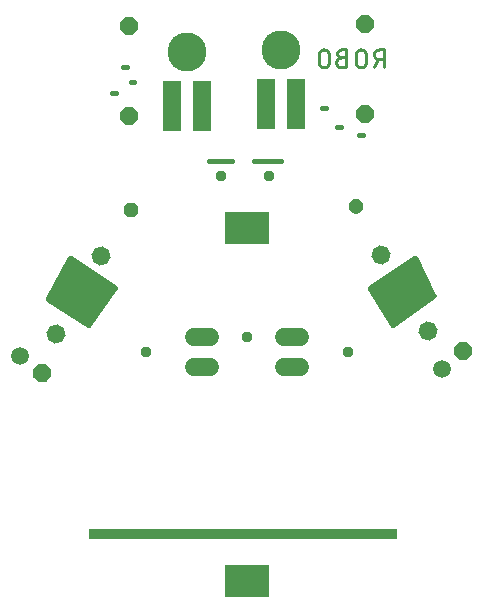
<source format=gbs>
G04 EAGLE Gerber X2 export*
G75*
%MOMM*%
%FSLAX34Y34*%
%LPD*%
%AMOC8*
5,1,8,0,0,1.08239X$1,22.5*%
G01*
%ADD10C,0.609600*%
%ADD11R,26.035000X0.952500*%
%ADD12C,0.254000*%
%ADD13C,0.406400*%
%ADD14R,3.803200X2.803200*%
%ADD15C,1.524000*%
%ADD16P,1.649562X8X292.500000*%
%ADD17C,1.511200*%
%ADD18P,1.635708X8X333.500000*%
%ADD19P,1.635708X8X253.500000*%
%ADD20C,3.303200*%
%ADD21R,1.603200X4.203200*%
%ADD22P,1.649562X8X262.500000*%
%ADD23P,1.649562X8X324.500000*%
%ADD24C,0.959600*%

G36*
X66707Y248797D02*
X66707Y248797D01*
X66734Y248795D01*
X66907Y248817D01*
X67080Y248835D01*
X67106Y248843D01*
X67133Y248846D01*
X67298Y248902D01*
X67465Y248954D01*
X67489Y248967D01*
X67514Y248975D01*
X67665Y249063D01*
X67819Y249146D01*
X67839Y249164D01*
X67863Y249177D01*
X67994Y249293D01*
X68127Y249405D01*
X68146Y249428D01*
X68164Y249444D01*
X68215Y249511D01*
X68339Y249660D01*
X90564Y281410D01*
X90584Y281446D01*
X90610Y281478D01*
X90683Y281621D01*
X90761Y281761D01*
X90774Y281800D01*
X90792Y281837D01*
X90836Y281992D01*
X90885Y282144D01*
X90890Y282185D01*
X90901Y282225D01*
X90913Y282385D01*
X90931Y282544D01*
X90928Y282585D01*
X90931Y282626D01*
X90911Y282785D01*
X90897Y282946D01*
X90886Y282985D01*
X90881Y283026D01*
X90830Y283178D01*
X90785Y283332D01*
X90766Y283368D01*
X90753Y283407D01*
X90673Y283547D01*
X90599Y283689D01*
X90573Y283721D01*
X90552Y283756D01*
X90446Y283877D01*
X90345Y284002D01*
X90314Y284028D01*
X90287Y284059D01*
X90063Y284236D01*
X90036Y284259D01*
X90031Y284261D01*
X90027Y284265D01*
X51927Y309665D01*
X51832Y309716D01*
X51741Y309775D01*
X51654Y309810D01*
X51571Y309854D01*
X51468Y309885D01*
X51368Y309925D01*
X51275Y309943D01*
X51185Y309969D01*
X51078Y309979D01*
X50972Y309999D01*
X50878Y309998D01*
X50785Y310006D01*
X50677Y309995D01*
X50569Y309993D01*
X50478Y309973D01*
X50384Y309963D01*
X50281Y309931D01*
X50176Y309908D01*
X50090Y309870D01*
X50000Y309842D01*
X49906Y309790D01*
X49807Y309747D01*
X49730Y309693D01*
X49648Y309648D01*
X49565Y309578D01*
X49477Y309516D01*
X49412Y309448D01*
X49340Y309388D01*
X49273Y309303D01*
X49199Y309225D01*
X49137Y309131D01*
X49090Y309072D01*
X49063Y309018D01*
X49017Y308948D01*
X29967Y274023D01*
X29908Y273884D01*
X29842Y273748D01*
X29830Y273699D01*
X29810Y273652D01*
X29780Y273504D01*
X29742Y273358D01*
X29740Y273307D01*
X29729Y273257D01*
X29729Y273107D01*
X29721Y272956D01*
X29728Y272906D01*
X29728Y272855D01*
X29758Y272707D01*
X29779Y272557D01*
X29797Y272510D01*
X29806Y272460D01*
X29864Y272320D01*
X29915Y272178D01*
X29941Y272135D01*
X29961Y272088D01*
X30045Y271963D01*
X30123Y271834D01*
X30158Y271796D01*
X30186Y271754D01*
X30293Y271648D01*
X30395Y271537D01*
X30441Y271502D01*
X30472Y271471D01*
X30544Y271424D01*
X30659Y271336D01*
X65584Y249111D01*
X65740Y249033D01*
X65894Y248950D01*
X65920Y248942D01*
X65944Y248930D01*
X66112Y248884D01*
X66279Y248833D01*
X66306Y248830D01*
X66332Y248823D01*
X66506Y248811D01*
X66680Y248794D01*
X66707Y248797D01*
G37*
G36*
X323881Y248802D02*
X323881Y248802D01*
X323988Y248798D01*
X324081Y248814D01*
X324175Y248820D01*
X324279Y248848D01*
X324385Y248866D01*
X324474Y248899D01*
X324564Y248924D01*
X324661Y248971D01*
X324761Y249010D01*
X324858Y249068D01*
X324925Y249102D01*
X324973Y249139D01*
X325045Y249182D01*
X359970Y274582D01*
X360008Y274617D01*
X360052Y274645D01*
X360158Y274750D01*
X360270Y274850D01*
X360301Y274892D01*
X360338Y274928D01*
X360422Y275052D01*
X360512Y275172D01*
X360534Y275219D01*
X360563Y275262D01*
X360621Y275400D01*
X360686Y275535D01*
X360698Y275586D01*
X360718Y275633D01*
X360747Y275781D01*
X360784Y275926D01*
X360787Y275978D01*
X360797Y276028D01*
X360796Y276178D01*
X360804Y276328D01*
X360796Y276379D01*
X360796Y276431D01*
X360766Y276578D01*
X360744Y276726D01*
X360726Y276775D01*
X360715Y276826D01*
X360630Y277038D01*
X360606Y277104D01*
X360599Y277117D01*
X360592Y277133D01*
X344717Y308883D01*
X344640Y309005D01*
X344570Y309131D01*
X344533Y309175D01*
X344502Y309224D01*
X344403Y309328D01*
X344309Y309438D01*
X344264Y309474D01*
X344224Y309515D01*
X344106Y309598D01*
X343993Y309687D01*
X343942Y309713D01*
X343894Y309746D01*
X343762Y309804D01*
X343634Y309869D01*
X343578Y309884D01*
X343525Y309908D01*
X343385Y309938D01*
X343246Y309977D01*
X343189Y309981D01*
X343132Y309993D01*
X342988Y309995D01*
X342844Y310006D01*
X342787Y309998D01*
X342729Y309999D01*
X342588Y309973D01*
X342445Y309955D01*
X342390Y309936D01*
X342334Y309926D01*
X342200Y309872D01*
X342063Y309826D01*
X342006Y309794D01*
X341960Y309776D01*
X341891Y309730D01*
X341773Y309665D01*
X303673Y284265D01*
X303541Y284157D01*
X303406Y284052D01*
X303386Y284029D01*
X303362Y284010D01*
X303254Y283878D01*
X303142Y283748D01*
X303127Y283722D01*
X303107Y283698D01*
X303028Y283547D01*
X302943Y283398D01*
X302933Y283369D01*
X302919Y283342D01*
X302871Y283178D01*
X302817Y283016D01*
X302814Y282985D01*
X302805Y282956D01*
X302790Y282786D01*
X302769Y282616D01*
X302772Y282585D01*
X302769Y282555D01*
X302787Y282385D01*
X302801Y282215D01*
X302809Y282185D01*
X302813Y282155D01*
X302864Y281992D01*
X302911Y281827D01*
X302926Y281797D01*
X302935Y281771D01*
X302976Y281696D01*
X303058Y281530D01*
X322108Y249780D01*
X322172Y249694D01*
X322228Y249602D01*
X322292Y249533D01*
X322349Y249457D01*
X322429Y249385D01*
X322502Y249306D01*
X322578Y249251D01*
X322648Y249188D01*
X322741Y249133D01*
X322828Y249070D01*
X322913Y249031D01*
X322994Y248983D01*
X323096Y248947D01*
X323194Y248903D01*
X323286Y248881D01*
X323375Y248850D01*
X323481Y248835D01*
X323586Y248811D01*
X323680Y248808D01*
X323773Y248795D01*
X323881Y248802D01*
G37*
D10*
X98425Y349250D02*
X98427Y349362D01*
X98433Y349474D01*
X98443Y349586D01*
X98457Y349697D01*
X98474Y349807D01*
X98496Y349917D01*
X98521Y350027D01*
X98551Y350135D01*
X98584Y350242D01*
X98621Y350348D01*
X98661Y350452D01*
X98706Y350555D01*
X98753Y350656D01*
X98805Y350756D01*
X98860Y350854D01*
X98918Y350949D01*
X98980Y351043D01*
X99045Y351134D01*
X99113Y351223D01*
X99184Y351310D01*
X99258Y351394D01*
X99335Y351475D01*
X99415Y351554D01*
X99498Y351629D01*
X99583Y351702D01*
X99671Y351772D01*
X99761Y351838D01*
X99854Y351902D01*
X99948Y351962D01*
X100045Y352018D01*
X100144Y352071D01*
X100244Y352121D01*
X100346Y352167D01*
X100450Y352209D01*
X100555Y352248D01*
X100662Y352283D01*
X100769Y352314D01*
X100878Y352342D01*
X100987Y352365D01*
X101098Y352385D01*
X101209Y352401D01*
X101320Y352413D01*
X101432Y352421D01*
X101544Y352425D01*
X101656Y352425D01*
X101768Y352421D01*
X101880Y352413D01*
X101991Y352401D01*
X102102Y352385D01*
X102213Y352365D01*
X102322Y352342D01*
X102431Y352314D01*
X102538Y352283D01*
X102645Y352248D01*
X102750Y352209D01*
X102854Y352167D01*
X102956Y352121D01*
X103056Y352071D01*
X103155Y352018D01*
X103252Y351962D01*
X103346Y351902D01*
X103439Y351838D01*
X103529Y351772D01*
X103617Y351702D01*
X103702Y351629D01*
X103785Y351554D01*
X103865Y351475D01*
X103942Y351394D01*
X104016Y351310D01*
X104087Y351223D01*
X104155Y351134D01*
X104220Y351043D01*
X104282Y350949D01*
X104340Y350854D01*
X104395Y350756D01*
X104447Y350656D01*
X104494Y350555D01*
X104539Y350452D01*
X104579Y350348D01*
X104616Y350242D01*
X104649Y350135D01*
X104679Y350027D01*
X104704Y349917D01*
X104726Y349807D01*
X104743Y349697D01*
X104757Y349586D01*
X104767Y349474D01*
X104773Y349362D01*
X104775Y349250D01*
X104773Y349138D01*
X104767Y349026D01*
X104757Y348914D01*
X104743Y348803D01*
X104726Y348693D01*
X104704Y348583D01*
X104679Y348473D01*
X104649Y348365D01*
X104616Y348258D01*
X104579Y348152D01*
X104539Y348048D01*
X104494Y347945D01*
X104447Y347844D01*
X104395Y347744D01*
X104340Y347646D01*
X104282Y347551D01*
X104220Y347457D01*
X104155Y347366D01*
X104087Y347277D01*
X104016Y347190D01*
X103942Y347106D01*
X103865Y347025D01*
X103785Y346946D01*
X103702Y346871D01*
X103617Y346798D01*
X103529Y346728D01*
X103439Y346662D01*
X103346Y346598D01*
X103252Y346538D01*
X103155Y346482D01*
X103056Y346429D01*
X102956Y346379D01*
X102854Y346333D01*
X102750Y346291D01*
X102645Y346252D01*
X102538Y346217D01*
X102431Y346186D01*
X102322Y346158D01*
X102213Y346135D01*
X102102Y346115D01*
X101991Y346099D01*
X101880Y346087D01*
X101768Y346079D01*
X101656Y346075D01*
X101544Y346075D01*
X101432Y346079D01*
X101320Y346087D01*
X101209Y346099D01*
X101098Y346115D01*
X100987Y346135D01*
X100878Y346158D01*
X100769Y346186D01*
X100662Y346217D01*
X100555Y346252D01*
X100450Y346291D01*
X100346Y346333D01*
X100244Y346379D01*
X100144Y346429D01*
X100045Y346482D01*
X99948Y346538D01*
X99854Y346598D01*
X99761Y346662D01*
X99671Y346728D01*
X99583Y346798D01*
X99498Y346871D01*
X99415Y346946D01*
X99335Y347025D01*
X99258Y347106D01*
X99184Y347190D01*
X99113Y347277D01*
X99045Y347366D01*
X98980Y347457D01*
X98918Y347551D01*
X98860Y347646D01*
X98805Y347744D01*
X98753Y347844D01*
X98706Y347945D01*
X98661Y348048D01*
X98621Y348152D01*
X98584Y348258D01*
X98551Y348365D01*
X98521Y348473D01*
X98496Y348583D01*
X98474Y348693D01*
X98457Y348803D01*
X98443Y348914D01*
X98433Y349026D01*
X98427Y349138D01*
X98425Y349250D01*
X288925Y352425D02*
X288927Y352537D01*
X288933Y352649D01*
X288943Y352761D01*
X288957Y352872D01*
X288974Y352982D01*
X288996Y353092D01*
X289021Y353202D01*
X289051Y353310D01*
X289084Y353417D01*
X289121Y353523D01*
X289161Y353627D01*
X289206Y353730D01*
X289253Y353831D01*
X289305Y353931D01*
X289360Y354029D01*
X289418Y354124D01*
X289480Y354218D01*
X289545Y354309D01*
X289613Y354398D01*
X289684Y354485D01*
X289758Y354569D01*
X289835Y354650D01*
X289915Y354729D01*
X289998Y354804D01*
X290083Y354877D01*
X290171Y354947D01*
X290261Y355013D01*
X290354Y355077D01*
X290448Y355137D01*
X290545Y355193D01*
X290644Y355246D01*
X290744Y355296D01*
X290846Y355342D01*
X290950Y355384D01*
X291055Y355423D01*
X291162Y355458D01*
X291269Y355489D01*
X291378Y355517D01*
X291487Y355540D01*
X291598Y355560D01*
X291709Y355576D01*
X291820Y355588D01*
X291932Y355596D01*
X292044Y355600D01*
X292156Y355600D01*
X292268Y355596D01*
X292380Y355588D01*
X292491Y355576D01*
X292602Y355560D01*
X292713Y355540D01*
X292822Y355517D01*
X292931Y355489D01*
X293038Y355458D01*
X293145Y355423D01*
X293250Y355384D01*
X293354Y355342D01*
X293456Y355296D01*
X293556Y355246D01*
X293655Y355193D01*
X293752Y355137D01*
X293846Y355077D01*
X293939Y355013D01*
X294029Y354947D01*
X294117Y354877D01*
X294202Y354804D01*
X294285Y354729D01*
X294365Y354650D01*
X294442Y354569D01*
X294516Y354485D01*
X294587Y354398D01*
X294655Y354309D01*
X294720Y354218D01*
X294782Y354124D01*
X294840Y354029D01*
X294895Y353931D01*
X294947Y353831D01*
X294994Y353730D01*
X295039Y353627D01*
X295079Y353523D01*
X295116Y353417D01*
X295149Y353310D01*
X295179Y353202D01*
X295204Y353092D01*
X295226Y352982D01*
X295243Y352872D01*
X295257Y352761D01*
X295267Y352649D01*
X295273Y352537D01*
X295275Y352425D01*
X295273Y352313D01*
X295267Y352201D01*
X295257Y352089D01*
X295243Y351978D01*
X295226Y351868D01*
X295204Y351758D01*
X295179Y351648D01*
X295149Y351540D01*
X295116Y351433D01*
X295079Y351327D01*
X295039Y351223D01*
X294994Y351120D01*
X294947Y351019D01*
X294895Y350919D01*
X294840Y350821D01*
X294782Y350726D01*
X294720Y350632D01*
X294655Y350541D01*
X294587Y350452D01*
X294516Y350365D01*
X294442Y350281D01*
X294365Y350200D01*
X294285Y350121D01*
X294202Y350046D01*
X294117Y349973D01*
X294029Y349903D01*
X293939Y349837D01*
X293846Y349773D01*
X293752Y349713D01*
X293655Y349657D01*
X293556Y349604D01*
X293456Y349554D01*
X293354Y349508D01*
X293250Y349466D01*
X293145Y349427D01*
X293038Y349392D01*
X292931Y349361D01*
X292822Y349333D01*
X292713Y349310D01*
X292602Y349290D01*
X292491Y349274D01*
X292380Y349262D01*
X292268Y349254D01*
X292156Y349250D01*
X292044Y349250D01*
X291932Y349254D01*
X291820Y349262D01*
X291709Y349274D01*
X291598Y349290D01*
X291487Y349310D01*
X291378Y349333D01*
X291269Y349361D01*
X291162Y349392D01*
X291055Y349427D01*
X290950Y349466D01*
X290846Y349508D01*
X290744Y349554D01*
X290644Y349604D01*
X290545Y349657D01*
X290448Y349713D01*
X290354Y349773D01*
X290261Y349837D01*
X290171Y349903D01*
X290083Y349973D01*
X289998Y350046D01*
X289915Y350121D01*
X289835Y350200D01*
X289758Y350281D01*
X289684Y350365D01*
X289613Y350452D01*
X289545Y350541D01*
X289480Y350632D01*
X289418Y350726D01*
X289360Y350821D01*
X289305Y350919D01*
X289253Y351019D01*
X289206Y351120D01*
X289161Y351223D01*
X289121Y351327D01*
X289084Y351433D01*
X289051Y351540D01*
X289021Y351648D01*
X288996Y351758D01*
X288974Y351868D01*
X288957Y351978D01*
X288943Y352089D01*
X288933Y352201D01*
X288927Y352313D01*
X288925Y352425D01*
D11*
X196850Y74613D03*
D12*
X316230Y469583D02*
X316230Y484823D01*
X311997Y484823D01*
X311997Y484822D02*
X311868Y484820D01*
X311739Y484814D01*
X311610Y484804D01*
X311482Y484791D01*
X311354Y484773D01*
X311227Y484751D01*
X311100Y484726D01*
X310974Y484697D01*
X310850Y484664D01*
X310726Y484627D01*
X310603Y484586D01*
X310482Y484542D01*
X310362Y484494D01*
X310244Y484442D01*
X310127Y484387D01*
X310012Y484328D01*
X309899Y484266D01*
X309788Y484200D01*
X309679Y484131D01*
X309572Y484059D01*
X309467Y483983D01*
X309365Y483904D01*
X309265Y483822D01*
X309168Y483738D01*
X309073Y483650D01*
X308981Y483559D01*
X308892Y483466D01*
X308806Y483370D01*
X308722Y483271D01*
X308642Y483170D01*
X308565Y483067D01*
X308491Y482961D01*
X308420Y482853D01*
X308353Y482743D01*
X308289Y482631D01*
X308228Y482516D01*
X308171Y482401D01*
X308118Y482283D01*
X308068Y482164D01*
X308022Y482044D01*
X307979Y481922D01*
X307940Y481798D01*
X307905Y481674D01*
X307874Y481549D01*
X307847Y481423D01*
X307823Y481296D01*
X307804Y481168D01*
X307788Y481040D01*
X307776Y480911D01*
X307768Y480783D01*
X307764Y480654D01*
X307764Y480524D01*
X307768Y480395D01*
X307776Y480267D01*
X307788Y480138D01*
X307804Y480010D01*
X307823Y479882D01*
X307847Y479755D01*
X307874Y479629D01*
X307905Y479504D01*
X307940Y479380D01*
X307979Y479256D01*
X308022Y479134D01*
X308068Y479014D01*
X308118Y478895D01*
X308171Y478777D01*
X308228Y478662D01*
X308289Y478547D01*
X308353Y478435D01*
X308420Y478325D01*
X308491Y478217D01*
X308565Y478111D01*
X308642Y478008D01*
X308722Y477907D01*
X308806Y477808D01*
X308892Y477712D01*
X308981Y477619D01*
X309073Y477528D01*
X309168Y477440D01*
X309265Y477356D01*
X309365Y477274D01*
X309467Y477195D01*
X309572Y477119D01*
X309679Y477047D01*
X309788Y476978D01*
X309899Y476912D01*
X310012Y476850D01*
X310127Y476791D01*
X310244Y476736D01*
X310362Y476684D01*
X310482Y476636D01*
X310603Y476592D01*
X310726Y476551D01*
X310850Y476514D01*
X310974Y476481D01*
X311100Y476452D01*
X311227Y476427D01*
X311354Y476405D01*
X311482Y476387D01*
X311610Y476374D01*
X311739Y476364D01*
X311868Y476358D01*
X311997Y476356D01*
X316230Y476356D01*
X311150Y476356D02*
X307763Y469583D01*
X300728Y473816D02*
X300728Y480589D01*
X300727Y480589D02*
X300725Y480718D01*
X300719Y480847D01*
X300709Y480976D01*
X300696Y481104D01*
X300678Y481232D01*
X300656Y481359D01*
X300631Y481486D01*
X300602Y481612D01*
X300569Y481736D01*
X300532Y481860D01*
X300491Y481983D01*
X300447Y482104D01*
X300399Y482224D01*
X300347Y482342D01*
X300292Y482459D01*
X300233Y482574D01*
X300171Y482687D01*
X300105Y482798D01*
X300036Y482907D01*
X299964Y483014D01*
X299888Y483119D01*
X299809Y483221D01*
X299727Y483321D01*
X299643Y483418D01*
X299555Y483513D01*
X299464Y483605D01*
X299371Y483694D01*
X299275Y483780D01*
X299176Y483864D01*
X299075Y483944D01*
X298972Y484021D01*
X298866Y484095D01*
X298758Y484166D01*
X298648Y484233D01*
X298536Y484297D01*
X298421Y484358D01*
X298306Y484415D01*
X298188Y484468D01*
X298069Y484518D01*
X297949Y484564D01*
X297827Y484607D01*
X297703Y484646D01*
X297579Y484681D01*
X297454Y484712D01*
X297328Y484739D01*
X297201Y484763D01*
X297073Y484782D01*
X296945Y484798D01*
X296816Y484810D01*
X296688Y484818D01*
X296559Y484822D01*
X296429Y484822D01*
X296300Y484818D01*
X296172Y484810D01*
X296043Y484798D01*
X295915Y484782D01*
X295787Y484763D01*
X295660Y484739D01*
X295534Y484712D01*
X295409Y484681D01*
X295285Y484646D01*
X295161Y484607D01*
X295039Y484564D01*
X294919Y484518D01*
X294800Y484468D01*
X294682Y484415D01*
X294567Y484358D01*
X294452Y484297D01*
X294340Y484233D01*
X294230Y484166D01*
X294122Y484095D01*
X294016Y484021D01*
X293913Y483944D01*
X293812Y483864D01*
X293713Y483780D01*
X293617Y483694D01*
X293524Y483605D01*
X293433Y483513D01*
X293345Y483418D01*
X293261Y483321D01*
X293179Y483221D01*
X293100Y483119D01*
X293024Y483014D01*
X292952Y482907D01*
X292883Y482798D01*
X292817Y482687D01*
X292755Y482574D01*
X292696Y482459D01*
X292641Y482342D01*
X292589Y482224D01*
X292541Y482104D01*
X292497Y481983D01*
X292456Y481860D01*
X292419Y481736D01*
X292386Y481612D01*
X292357Y481486D01*
X292332Y481359D01*
X292310Y481232D01*
X292292Y481104D01*
X292279Y480976D01*
X292269Y480847D01*
X292263Y480718D01*
X292261Y480589D01*
X292261Y473816D01*
X292263Y473687D01*
X292269Y473558D01*
X292279Y473429D01*
X292292Y473301D01*
X292310Y473173D01*
X292332Y473046D01*
X292357Y472919D01*
X292386Y472793D01*
X292419Y472669D01*
X292456Y472545D01*
X292497Y472422D01*
X292541Y472301D01*
X292589Y472181D01*
X292641Y472063D01*
X292696Y471946D01*
X292755Y471831D01*
X292817Y471718D01*
X292883Y471607D01*
X292952Y471498D01*
X293024Y471391D01*
X293100Y471286D01*
X293179Y471184D01*
X293261Y471084D01*
X293345Y470987D01*
X293433Y470892D01*
X293524Y470800D01*
X293617Y470711D01*
X293713Y470625D01*
X293812Y470541D01*
X293913Y470461D01*
X294016Y470384D01*
X294122Y470310D01*
X294230Y470239D01*
X294340Y470172D01*
X294452Y470108D01*
X294567Y470047D01*
X294682Y469990D01*
X294800Y469937D01*
X294919Y469887D01*
X295039Y469841D01*
X295161Y469798D01*
X295285Y469759D01*
X295409Y469724D01*
X295534Y469693D01*
X295660Y469666D01*
X295787Y469642D01*
X295915Y469623D01*
X296043Y469607D01*
X296172Y469595D01*
X296300Y469587D01*
X296429Y469583D01*
X296559Y469583D01*
X296688Y469587D01*
X296816Y469595D01*
X296945Y469607D01*
X297073Y469623D01*
X297201Y469642D01*
X297328Y469666D01*
X297454Y469693D01*
X297579Y469724D01*
X297703Y469759D01*
X297827Y469798D01*
X297949Y469841D01*
X298069Y469887D01*
X298188Y469937D01*
X298306Y469990D01*
X298421Y470047D01*
X298536Y470108D01*
X298648Y470172D01*
X298758Y470239D01*
X298866Y470310D01*
X298972Y470384D01*
X299075Y470461D01*
X299176Y470541D01*
X299275Y470625D01*
X299371Y470711D01*
X299464Y470800D01*
X299555Y470892D01*
X299643Y470987D01*
X299727Y471084D01*
X299809Y471184D01*
X299888Y471286D01*
X299964Y471391D01*
X300036Y471498D01*
X300105Y471607D01*
X300171Y471718D01*
X300233Y471831D01*
X300292Y471946D01*
X300347Y472063D01*
X300399Y472181D01*
X300447Y472301D01*
X300491Y472422D01*
X300532Y472545D01*
X300569Y472669D01*
X300602Y472793D01*
X300631Y472919D01*
X300656Y473046D01*
X300678Y473173D01*
X300696Y473301D01*
X300709Y473429D01*
X300719Y473558D01*
X300725Y473687D01*
X300727Y473816D01*
X284279Y478049D02*
X280045Y478049D01*
X279916Y478047D01*
X279787Y478041D01*
X279658Y478031D01*
X279530Y478018D01*
X279402Y478000D01*
X279275Y477978D01*
X279148Y477953D01*
X279022Y477924D01*
X278898Y477891D01*
X278774Y477854D01*
X278651Y477813D01*
X278530Y477769D01*
X278410Y477721D01*
X278292Y477669D01*
X278175Y477614D01*
X278060Y477555D01*
X277947Y477493D01*
X277836Y477427D01*
X277727Y477358D01*
X277620Y477286D01*
X277515Y477210D01*
X277413Y477131D01*
X277313Y477049D01*
X277216Y476965D01*
X277121Y476877D01*
X277029Y476786D01*
X276940Y476693D01*
X276854Y476597D01*
X276770Y476498D01*
X276690Y476397D01*
X276613Y476294D01*
X276539Y476188D01*
X276468Y476080D01*
X276401Y475970D01*
X276337Y475858D01*
X276276Y475743D01*
X276219Y475628D01*
X276166Y475510D01*
X276116Y475391D01*
X276070Y475271D01*
X276027Y475149D01*
X275988Y475025D01*
X275953Y474901D01*
X275922Y474776D01*
X275895Y474650D01*
X275871Y474523D01*
X275852Y474395D01*
X275836Y474267D01*
X275824Y474138D01*
X275816Y474010D01*
X275812Y473881D01*
X275812Y473751D01*
X275816Y473622D01*
X275824Y473494D01*
X275836Y473365D01*
X275852Y473237D01*
X275871Y473109D01*
X275895Y472982D01*
X275922Y472856D01*
X275953Y472731D01*
X275988Y472607D01*
X276027Y472483D01*
X276070Y472361D01*
X276116Y472241D01*
X276166Y472122D01*
X276219Y472004D01*
X276276Y471889D01*
X276337Y471774D01*
X276401Y471662D01*
X276468Y471552D01*
X276539Y471444D01*
X276613Y471338D01*
X276690Y471235D01*
X276770Y471134D01*
X276854Y471035D01*
X276940Y470939D01*
X277029Y470846D01*
X277121Y470755D01*
X277216Y470667D01*
X277313Y470583D01*
X277413Y470501D01*
X277515Y470422D01*
X277620Y470346D01*
X277727Y470274D01*
X277836Y470205D01*
X277947Y470139D01*
X278060Y470077D01*
X278175Y470018D01*
X278292Y469963D01*
X278410Y469911D01*
X278530Y469863D01*
X278651Y469819D01*
X278774Y469778D01*
X278898Y469741D01*
X279022Y469708D01*
X279148Y469679D01*
X279275Y469654D01*
X279402Y469632D01*
X279530Y469614D01*
X279658Y469601D01*
X279787Y469591D01*
X279916Y469585D01*
X280045Y469583D01*
X284279Y469583D01*
X284279Y484823D01*
X280045Y484823D01*
X279929Y484821D01*
X279814Y484815D01*
X279699Y484805D01*
X279584Y484791D01*
X279470Y484774D01*
X279356Y484752D01*
X279243Y484727D01*
X279131Y484697D01*
X279020Y484664D01*
X278911Y484627D01*
X278802Y484587D01*
X278696Y484543D01*
X278590Y484495D01*
X278487Y484443D01*
X278385Y484388D01*
X278285Y484330D01*
X278187Y484268D01*
X278092Y484203D01*
X277998Y484135D01*
X277908Y484063D01*
X277819Y483989D01*
X277733Y483911D01*
X277650Y483831D01*
X277570Y483748D01*
X277492Y483662D01*
X277418Y483573D01*
X277346Y483483D01*
X277278Y483389D01*
X277213Y483294D01*
X277151Y483196D01*
X277093Y483096D01*
X277038Y482994D01*
X276986Y482891D01*
X276938Y482785D01*
X276894Y482679D01*
X276854Y482570D01*
X276817Y482461D01*
X276784Y482350D01*
X276754Y482238D01*
X276729Y482125D01*
X276707Y482011D01*
X276690Y481897D01*
X276676Y481782D01*
X276666Y481667D01*
X276660Y481552D01*
X276658Y481436D01*
X276660Y481320D01*
X276666Y481205D01*
X276676Y481090D01*
X276690Y480975D01*
X276707Y480861D01*
X276729Y480747D01*
X276754Y480634D01*
X276784Y480522D01*
X276817Y480411D01*
X276854Y480302D01*
X276894Y480193D01*
X276938Y480087D01*
X276986Y479981D01*
X277038Y479878D01*
X277093Y479776D01*
X277151Y479676D01*
X277213Y479578D01*
X277278Y479483D01*
X277346Y479389D01*
X277418Y479299D01*
X277492Y479210D01*
X277570Y479124D01*
X277650Y479041D01*
X277733Y478961D01*
X277819Y478883D01*
X277908Y478809D01*
X277998Y478737D01*
X278092Y478669D01*
X278187Y478604D01*
X278285Y478542D01*
X278385Y478484D01*
X278487Y478429D01*
X278590Y478377D01*
X278696Y478329D01*
X278802Y478285D01*
X278911Y478245D01*
X279020Y478208D01*
X279131Y478175D01*
X279243Y478145D01*
X279356Y478120D01*
X279470Y478098D01*
X279584Y478081D01*
X279699Y478067D01*
X279814Y478057D01*
X279929Y478051D01*
X280045Y478049D01*
X269465Y480589D02*
X269465Y473816D01*
X269465Y480589D02*
X269463Y480718D01*
X269457Y480847D01*
X269447Y480976D01*
X269434Y481104D01*
X269416Y481232D01*
X269394Y481359D01*
X269369Y481486D01*
X269340Y481612D01*
X269307Y481736D01*
X269270Y481860D01*
X269229Y481983D01*
X269185Y482104D01*
X269137Y482224D01*
X269085Y482342D01*
X269030Y482459D01*
X268971Y482574D01*
X268909Y482687D01*
X268843Y482798D01*
X268774Y482907D01*
X268702Y483014D01*
X268626Y483119D01*
X268547Y483221D01*
X268465Y483321D01*
X268381Y483418D01*
X268293Y483513D01*
X268202Y483605D01*
X268109Y483694D01*
X268013Y483780D01*
X267914Y483864D01*
X267813Y483944D01*
X267710Y484021D01*
X267604Y484095D01*
X267496Y484166D01*
X267386Y484233D01*
X267274Y484297D01*
X267159Y484358D01*
X267044Y484415D01*
X266926Y484468D01*
X266807Y484518D01*
X266687Y484564D01*
X266565Y484607D01*
X266441Y484646D01*
X266317Y484681D01*
X266192Y484712D01*
X266066Y484739D01*
X265939Y484763D01*
X265811Y484782D01*
X265683Y484798D01*
X265554Y484810D01*
X265426Y484818D01*
X265297Y484822D01*
X265167Y484822D01*
X265038Y484818D01*
X264910Y484810D01*
X264781Y484798D01*
X264653Y484782D01*
X264525Y484763D01*
X264398Y484739D01*
X264272Y484712D01*
X264147Y484681D01*
X264023Y484646D01*
X263899Y484607D01*
X263777Y484564D01*
X263657Y484518D01*
X263538Y484468D01*
X263420Y484415D01*
X263305Y484358D01*
X263190Y484297D01*
X263078Y484233D01*
X262968Y484166D01*
X262860Y484095D01*
X262754Y484021D01*
X262651Y483944D01*
X262550Y483864D01*
X262451Y483780D01*
X262355Y483694D01*
X262262Y483605D01*
X262171Y483513D01*
X262083Y483418D01*
X261999Y483321D01*
X261917Y483221D01*
X261838Y483119D01*
X261762Y483014D01*
X261690Y482907D01*
X261621Y482798D01*
X261555Y482687D01*
X261493Y482574D01*
X261434Y482459D01*
X261379Y482342D01*
X261327Y482224D01*
X261279Y482104D01*
X261235Y481983D01*
X261194Y481860D01*
X261157Y481736D01*
X261124Y481612D01*
X261095Y481486D01*
X261070Y481359D01*
X261048Y481232D01*
X261030Y481104D01*
X261017Y480976D01*
X261007Y480847D01*
X261001Y480718D01*
X260999Y480589D01*
X260998Y480589D02*
X260998Y473816D01*
X260999Y473816D02*
X261001Y473687D01*
X261007Y473558D01*
X261017Y473429D01*
X261030Y473301D01*
X261048Y473173D01*
X261070Y473046D01*
X261095Y472919D01*
X261124Y472793D01*
X261157Y472669D01*
X261194Y472545D01*
X261235Y472422D01*
X261279Y472301D01*
X261327Y472181D01*
X261379Y472063D01*
X261434Y471946D01*
X261493Y471831D01*
X261555Y471718D01*
X261621Y471607D01*
X261690Y471498D01*
X261762Y471391D01*
X261838Y471286D01*
X261917Y471184D01*
X261999Y471084D01*
X262083Y470987D01*
X262171Y470892D01*
X262262Y470800D01*
X262355Y470711D01*
X262451Y470625D01*
X262550Y470541D01*
X262651Y470461D01*
X262754Y470384D01*
X262860Y470310D01*
X262968Y470239D01*
X263078Y470172D01*
X263190Y470108D01*
X263305Y470047D01*
X263420Y469990D01*
X263538Y469937D01*
X263657Y469887D01*
X263777Y469841D01*
X263899Y469798D01*
X264023Y469759D01*
X264147Y469724D01*
X264272Y469693D01*
X264398Y469666D01*
X264525Y469642D01*
X264653Y469623D01*
X264781Y469607D01*
X264910Y469595D01*
X265038Y469587D01*
X265167Y469583D01*
X265297Y469583D01*
X265426Y469587D01*
X265554Y469595D01*
X265683Y469607D01*
X265811Y469623D01*
X265939Y469642D01*
X266066Y469666D01*
X266192Y469693D01*
X266317Y469724D01*
X266441Y469759D01*
X266565Y469798D01*
X266687Y469841D01*
X266807Y469887D01*
X266926Y469937D01*
X267044Y469990D01*
X267159Y470047D01*
X267274Y470108D01*
X267386Y470172D01*
X267496Y470239D01*
X267604Y470310D01*
X267710Y470384D01*
X267813Y470461D01*
X267914Y470541D01*
X268013Y470625D01*
X268109Y470711D01*
X268202Y470800D01*
X268293Y470892D01*
X268381Y470987D01*
X268465Y471084D01*
X268547Y471184D01*
X268626Y471286D01*
X268702Y471391D01*
X268774Y471498D01*
X268843Y471607D01*
X268909Y471718D01*
X268971Y471831D01*
X269030Y471946D01*
X269085Y472063D01*
X269137Y472181D01*
X269185Y472301D01*
X269229Y472422D01*
X269270Y472545D01*
X269307Y472669D01*
X269340Y472793D01*
X269369Y472919D01*
X269394Y473046D01*
X269416Y473173D01*
X269434Y473301D01*
X269447Y473429D01*
X269457Y473558D01*
X269463Y473687D01*
X269465Y473816D01*
D13*
X187325Y390525D02*
X168275Y390525D01*
X206375Y390525D02*
X228600Y390525D01*
X98425Y469900D02*
X95250Y469900D01*
X101600Y457200D02*
X104775Y457200D01*
X88900Y447675D02*
X85725Y447675D01*
X263525Y434975D02*
X266700Y434975D01*
X276225Y419100D02*
X279400Y419100D01*
X295275Y412750D02*
X298450Y412750D01*
D14*
X200025Y333375D03*
X200025Y34925D03*
D15*
X231521Y215900D02*
X244729Y215900D01*
X244729Y241300D02*
X231521Y241300D01*
X168529Y241300D02*
X155321Y241300D01*
X155321Y215900D02*
X168529Y215900D01*
D16*
X100013Y504825D03*
X100013Y428625D03*
X300038Y506413D03*
X300038Y430213D03*
D17*
X365581Y214159D03*
D18*
X382940Y229249D03*
D17*
X8405Y225489D03*
D19*
X26280Y211015D03*
D20*
X228600Y484188D03*
D21*
X215900Y438468D03*
X241300Y438468D03*
D20*
X149225Y482600D03*
D21*
X136525Y436880D03*
X161925Y436880D03*
D22*
X76200Y309646D03*
X38100Y243655D03*
D23*
X313425Y310925D03*
X353805Y246303D03*
D24*
X114300Y228600D03*
X285750Y228600D03*
X200025Y241300D03*
X177800Y377825D03*
X219075Y377825D03*
M02*

</source>
